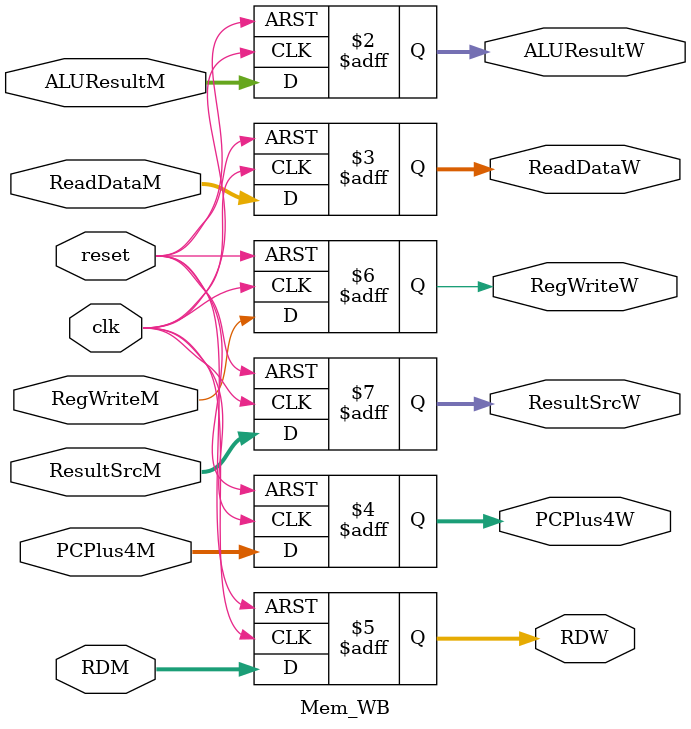
<source format=sv>
`timescale 1ns / 1ps
module Mem_WB(
   input logic              clk, reset,
   input logic      [31:0]  ALUResultM, ReadDataM, PCPlus4M,
   input logic      [4:0]   RDM,
   input logic              RegWriteM,
   input logic      [1:0]   ResultSrcM,
   
   output logic     [31:0]  ALUResultW, ReadDataW, PCPlus4W,
   output logic     [4:0]   RDW,
   output logic             RegWriteW,
   output logic     [1:0]   ResultSrcW
    );
   
    always_ff @(posedge clk, posedge reset)
    if (reset) begin
		ALUResultW <= 0;
		ReadDataW <=0;
		RDW <=0;
		PCPlus4W <= 0;
		RegWriteW <=0;
		ResultSrcW <=0;
	end
	else begin
		ALUResultW <= ALUResultM;
		ReadDataW <=ReadDataM;
		RDW <=RDM;
		PCPlus4W <= PCPlus4M;
		RegWriteW <=RegWriteM;
		ResultSrcW <=ResultSrcM;
	end
   
endmodule

</source>
